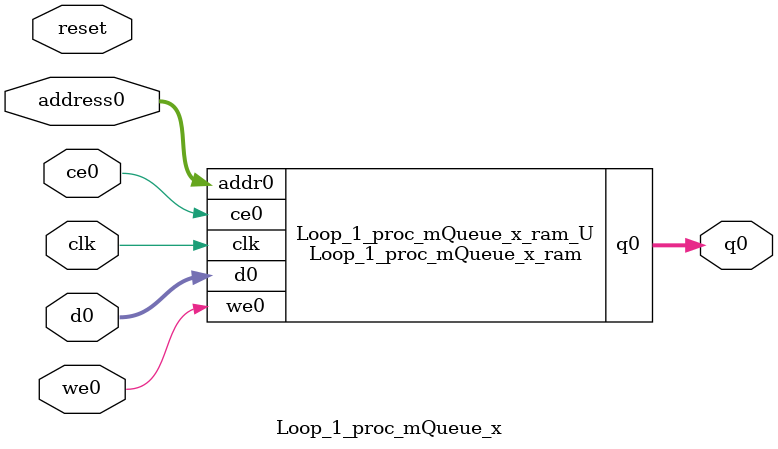
<source format=v>
`timescale 1 ns / 1 ps
module Loop_1_proc_mQueue_x_ram (addr0, ce0, d0, we0, q0,  clk);

parameter DWIDTH = 32;
parameter AWIDTH = 12;
parameter MEM_SIZE = 3200;

input[AWIDTH-1:0] addr0;
input ce0;
input[DWIDTH-1:0] d0;
input we0;
output reg[DWIDTH-1:0] q0;
input clk;

(* ram_style = "block" *)reg [DWIDTH-1:0] ram[0:MEM_SIZE-1];




always @(posedge clk)  
begin 
    if (ce0) 
    begin
        if (we0) 
        begin 
            ram[addr0] <= d0; 
        end 
        q0 <= ram[addr0];
    end
end


endmodule

`timescale 1 ns / 1 ps
module Loop_1_proc_mQueue_x(
    reset,
    clk,
    address0,
    ce0,
    we0,
    d0,
    q0);

parameter DataWidth = 32'd32;
parameter AddressRange = 32'd3200;
parameter AddressWidth = 32'd12;
input reset;
input clk;
input[AddressWidth - 1:0] address0;
input ce0;
input we0;
input[DataWidth - 1:0] d0;
output[DataWidth - 1:0] q0;



Loop_1_proc_mQueue_x_ram Loop_1_proc_mQueue_x_ram_U(
    .clk( clk ),
    .addr0( address0 ),
    .ce0( ce0 ),
    .we0( we0 ),
    .d0( d0 ),
    .q0( q0 ));

endmodule


</source>
